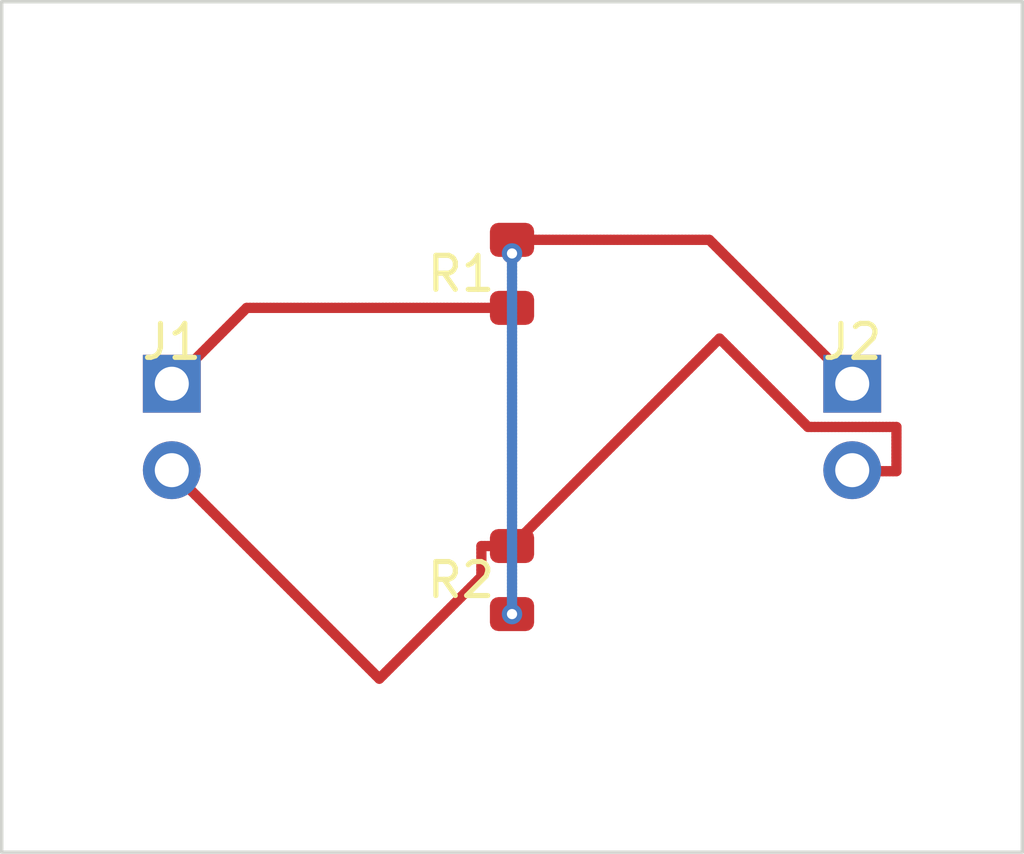
<source format=kicad_pcb>
(kicad_pcb (version 20240108) (generator "kicad-tools-demo") (generator_version "8.0")
  (layers (0 "F.Cu" signal) (31 "B.Cu" signal) (34 "B.Paste" user) (35 "F.Paste" user) (36 "B.SilkS" user "B.Silkscreen") (37 "F.SilkS" user "F.Silkscreen") (38 "B.Mask" user) (39 "F.Mask" user) (44 "Edge.Cuts" user))
  (net 0 "")
  (net 1 "VIN")
  (net 2 "VOUT")
  (net 3 "GND")
  (gr_rect (start 100.0 100.0) (end 130.0 125.0) (stroke (width 0.1)) (fill none) (layer "Edge.Cuts"))
  (footprint "Connector_PinHeader_2.54mm:PinHeader_1x02_P2.54mm_Vertical" (layer "F.Cu") (at 105.0 112.5)
    (fp_text reference "J1" (at 0 -2.5) (layer "F.SilkS"))
    (fp_text value "Conn_01x02")
    (pad "1" thru_hole rect (at 0 -1.270) (size 1.7 1.7) (drill 1.0) (layers "*.Cu" "*.Mask") (net 1 "VIN"))
    (pad "2" thru_hole oval (at 0 1.270) (size 1.7 1.7) (drill 1.0) (layers "*.Cu" "*.Mask") (net 3 "GND"))
  )
  (footprint "Resistor_SMD:R_0805_2012Metric" (layer "F.Cu") (at 115.0 108.0 90)
    (fp_text reference "R1" (at 0 -1.5) (layer "F.SilkS"))
    (fp_text value "10k")
    (pad "1" smd roundrect (at -1.0 0 90) (size 1.0 1.3) (layers "F.Cu" "F.Paste" "F.Mask") (net 1 "VIN"))
    (pad "2" smd roundrect (at 1.0 0 90) (size 1.0 1.3) (layers "F.Cu" "F.Paste" "F.Mask") (net 2 "VOUT"))
  )
  (footprint "Resistor_SMD:R_0805_2012Metric" (layer "F.Cu") (at 115.0 117.0 90)
    (fp_text reference "R2" (at 0 -1.5) (layer "F.SilkS"))
    (fp_text value "10k")
    (pad "1" smd roundrect (at -1.0 0 90) (size 1.0 1.3) (layers "F.Cu" "F.Paste" "F.Mask") (net 2 "VOUT"))
    (pad "2" smd roundrect (at 1.0 0 90) (size 1.0 1.3) (layers "F.Cu" "F.Paste" "F.Mask") (net 3 "GND"))
  )
  (footprint "Connector_PinHeader_2.54mm:PinHeader_1x02_P2.54mm_Vertical" (layer "F.Cu") (at 125.0 112.5)
    (fp_text reference "J2" (at 0 -2.5) (layer "F.SilkS"))
    (fp_text value "Conn_01x02")
    (pad "1" thru_hole rect (at 0 -1.270) (size 1.7 1.7) (drill 1.0) (layers "*.Cu" "*.Mask") (net 2 "VOUT"))
    (pad "2" thru_hole oval (at 0 1.270) (size 1.7 1.7) (drill 1.0) (layers "*.Cu" "*.Mask") (net 3 "GND"))
  )
  (segment (start 105.0000 113.7700) (end 105.0000 113.8000) (width 0.3) (layer "F.Cu") (net 3))
  (segment (start 105.0000 113.8000) (end 105.1000 113.9000) (width 0.3) (layer "F.Cu") (net 3))
  (segment (start 105.1000 113.9000) (end 105.2000 114.0000) (width 0.3) (layer "F.Cu") (net 3))
  (segment (start 105.2000 114.0000) (end 105.3000 114.1000) (width 0.3) (layer "F.Cu") (net 3))
  (segment (start 105.3000 114.1000) (end 105.4000 114.2000) (width 0.3) (layer "F.Cu") (net 3))
  (segment (start 105.4000 114.2000) (end 105.5000 114.3000) (width 0.3) (layer "F.Cu") (net 3))
  (segment (start 105.5000 114.3000) (end 105.6000 114.4000) (width 0.3) (layer "F.Cu") (net 3))
  (segment (start 105.6000 114.4000) (end 105.7000 114.5000) (width 0.3) (layer "F.Cu") (net 3))
  (segment (start 105.7000 114.5000) (end 105.8000 114.6000) (width 0.3) (layer "F.Cu") (net 3))
  (segment (start 105.8000 114.6000) (end 105.9000 114.7000) (width 0.3) (layer "F.Cu") (net 3))
  (segment (start 105.9000 114.7000) (end 106.0000 114.8000) (width 0.3) (layer "F.Cu") (net 3))
  (segment (start 106.0000 114.8000) (end 106.1000 114.9000) (width 0.3) (layer "F.Cu") (net 3))
  (segment (start 106.1000 114.9000) (end 106.2000 115.0000) (width 0.3) (layer "F.Cu") (net 3))
  (segment (start 106.2000 115.0000) (end 106.3000 115.1000) (width 0.3) (layer "F.Cu") (net 3))
  (segment (start 106.3000 115.1000) (end 106.4000 115.2000) (width 0.3) (layer "F.Cu") (net 3))
  (segment (start 106.4000 115.2000) (end 106.5000 115.3000) (width 0.3) (layer "F.Cu") (net 3))
  (segment (start 106.5000 115.3000) (end 106.6000 115.4000) (width 0.3) (layer "F.Cu") (net 3))
  (segment (start 106.6000 115.4000) (end 106.7000 115.5000) (width 0.3) (layer "F.Cu") (net 3))
  (segment (start 106.7000 115.5000) (end 106.8000 115.6000) (width 0.3) (layer "F.Cu") (net 3))
  (segment (start 106.8000 115.6000) (end 106.9000 115.7000) (width 0.3) (layer "F.Cu") (net 3))
  (segment (start 106.9000 115.7000) (end 107.0000 115.8000) (width 0.3) (layer "F.Cu") (net 3))
  (segment (start 107.0000 115.8000) (end 107.1000 115.9000) (width 0.3) (layer "F.Cu") (net 3))
  (segment (start 107.1000 115.9000) (end 107.2000 116.0000) (width 0.3) (layer "F.Cu") (net 3))
  (segment (start 107.2000 116.0000) (end 107.3000 116.1000) (width 0.3) (layer "F.Cu") (net 3))
  (segment (start 107.3000 116.1000) (end 107.4000 116.2000) (width 0.3) (layer "F.Cu") (net 3))
  (segment (start 107.4000 116.2000) (end 107.5000 116.3000) (width 0.3) (layer "F.Cu") (net 3))
  (segment (start 107.5000 116.3000) (end 107.6000 116.4000) (width 0.3) (layer "F.Cu") (net 3))
  (segment (start 107.6000 116.4000) (end 107.7000 116.5000) (width 0.3) (layer "F.Cu") (net 3))
  (segment (start 107.7000 116.5000) (end 107.8000 116.6000) (width 0.3) (layer "F.Cu") (net 3))
  (segment (start 107.8000 116.6000) (end 107.9000 116.7000) (width 0.3) (layer "F.Cu") (net 3))
  (segment (start 107.9000 116.7000) (end 108.0000 116.8000) (width 0.3) (layer "F.Cu") (net 3))
  (segment (start 108.0000 116.8000) (end 108.1000 116.9000) (width 0.3) (layer "F.Cu") (net 3))
  (segment (start 108.1000 116.9000) (end 108.2000 117.0000) (width 0.3) (layer "F.Cu") (net 3))
  (segment (start 108.2000 117.0000) (end 108.3000 117.1000) (width 0.3) (layer "F.Cu") (net 3))
  (segment (start 108.3000 117.1000) (end 108.4000 117.2000) (width 0.3) (layer "F.Cu") (net 3))
  (segment (start 108.4000 117.2000) (end 108.5000 117.3000) (width 0.3) (layer "F.Cu") (net 3))
  (segment (start 108.5000 117.3000) (end 108.6000 117.4000) (width 0.3) (layer "F.Cu") (net 3))
  (segment (start 108.6000 117.4000) (end 108.7000 117.5000) (width 0.3) (layer "F.Cu") (net 3))
  (segment (start 108.7000 117.5000) (end 108.8000 117.6000) (width 0.3) (layer "F.Cu") (net 3))
  (segment (start 108.8000 117.6000) (end 108.9000 117.7000) (width 0.3) (layer "F.Cu") (net 3))
  (segment (start 108.9000 117.7000) (end 109.0000 117.8000) (width 0.3) (layer "F.Cu") (net 3))
  (segment (start 109.0000 117.8000) (end 109.1000 117.9000) (width 0.3) (layer "F.Cu") (net 3))
  (segment (start 109.1000 117.9000) (end 109.2000 118.0000) (width 0.3) (layer "F.Cu") (net 3))
  (segment (start 109.2000 118.0000) (end 109.3000 118.1000) (width 0.3) (layer "F.Cu") (net 3))
  (segment (start 109.3000 118.1000) (end 109.4000 118.2000) (width 0.3) (layer "F.Cu") (net 3))
  (segment (start 109.4000 118.2000) (end 109.5000 118.3000) (width 0.3) (layer "F.Cu") (net 3))
  (segment (start 109.5000 118.3000) (end 109.6000 118.4000) (width 0.3) (layer "F.Cu") (net 3))
  (segment (start 109.6000 118.4000) (end 109.7000 118.5000) (width 0.3) (layer "F.Cu") (net 3))
  (segment (start 109.7000 118.5000) (end 109.8000 118.6000) (width 0.3) (layer "F.Cu") (net 3))
  (segment (start 109.8000 118.6000) (end 109.9000 118.7000) (width 0.3) (layer "F.Cu") (net 3))
  (segment (start 109.9000 118.7000) (end 110.0000 118.8000) (width 0.3) (layer "F.Cu") (net 3))
  (segment (start 110.0000 118.8000) (end 110.1000 118.9000) (width 0.3) (layer "F.Cu") (net 3))
  (segment (start 110.1000 118.9000) (end 110.2000 119.0000) (width 0.3) (layer "F.Cu") (net 3))
  (segment (start 110.2000 119.0000) (end 110.3000 119.1000) (width 0.3) (layer "F.Cu") (net 3))
  (segment (start 110.3000 119.1000) (end 110.4000 119.2000) (width 0.3) (layer "F.Cu") (net 3))
  (segment (start 110.4000 119.2000) (end 110.5000 119.3000) (width 0.3) (layer "F.Cu") (net 3))
  (segment (start 110.5000 119.3000) (end 110.6000 119.4000) (width 0.3) (layer "F.Cu") (net 3))
  (segment (start 110.6000 119.4000) (end 110.7000 119.5000) (width 0.3) (layer "F.Cu") (net 3))
  (segment (start 110.7000 119.5000) (end 110.8000 119.6000) (width 0.3) (layer "F.Cu") (net 3))
  (segment (start 110.8000 119.6000) (end 110.9000 119.7000) (width 0.3) (layer "F.Cu") (net 3))
  (segment (start 110.9000 119.7000) (end 111.0000 119.8000) (width 0.3) (layer "F.Cu") (net 3))
  (segment (start 111.0000 119.8000) (end 111.1000 119.9000) (width 0.3) (layer "F.Cu") (net 3))
  (segment (start 111.1000 119.9000) (end 111.2000 119.8000) (width 0.3) (layer "F.Cu") (net 3))
  (segment (start 111.2000 119.8000) (end 111.3000 119.7000) (width 0.3) (layer "F.Cu") (net 3))
  (segment (start 111.3000 119.7000) (end 111.4000 119.6000) (width 0.3) (layer "F.Cu") (net 3))
  (segment (start 111.4000 119.6000) (end 111.5000 119.5000) (width 0.3) (layer "F.Cu") (net 3))
  (segment (start 111.5000 119.5000) (end 111.6000 119.4000) (width 0.3) (layer "F.Cu") (net 3))
  (segment (start 111.6000 119.4000) (end 111.7000 119.3000) (width 0.3) (layer "F.Cu") (net 3))
  (segment (start 111.7000 119.3000) (end 111.8000 119.2000) (width 0.3) (layer "F.Cu") (net 3))
  (segment (start 111.8000 119.2000) (end 111.9000 119.1000) (width 0.3) (layer "F.Cu") (net 3))
  (segment (start 111.9000 119.1000) (end 112.0000 119.0000) (width 0.3) (layer "F.Cu") (net 3))
  (segment (start 112.0000 119.0000) (end 112.1000 118.9000) (width 0.3) (layer "F.Cu") (net 3))
  (segment (start 112.1000 118.9000) (end 112.2000 118.8000) (width 0.3) (layer "F.Cu") (net 3))
  (segment (start 112.2000 118.8000) (end 112.3000 118.7000) (width 0.3) (layer "F.Cu") (net 3))
  (segment (start 112.3000 118.7000) (end 112.4000 118.6000) (width 0.3) (layer "F.Cu") (net 3))
  (segment (start 112.4000 118.6000) (end 112.5000 118.5000) (width 0.3) (layer "F.Cu") (net 3))
  (segment (start 112.5000 118.5000) (end 112.6000 118.4000) (width 0.3) (layer "F.Cu") (net 3))
  (segment (start 112.6000 118.4000) (end 112.7000 118.3000) (width 0.3) (layer "F.Cu") (net 3))
  (segment (start 112.7000 118.3000) (end 112.8000 118.2000) (width 0.3) (layer "F.Cu") (net 3))
  (segment (start 112.8000 118.2000) (end 112.9000 118.1000) (width 0.3) (layer "F.Cu") (net 3))
  (segment (start 112.9000 118.1000) (end 113.0000 118.0000) (width 0.3) (layer "F.Cu") (net 3))
  (segment (start 113.0000 118.0000) (end 113.1000 117.9000) (width 0.3) (layer "F.Cu") (net 3))
  (segment (start 113.1000 117.9000) (end 113.2000 117.8000) (width 0.3) (layer "F.Cu") (net 3))
  (segment (start 113.2000 117.8000) (end 113.3000 117.7000) (width 0.3) (layer "F.Cu") (net 3))
  (segment (start 113.3000 117.7000) (end 113.4000 117.6000) (width 0.3) (layer "F.Cu") (net 3))
  (segment (start 113.4000 117.6000) (end 113.5000 117.5000) (width 0.3) (layer "F.Cu") (net 3))
  (segment (start 113.5000 117.5000) (end 113.6000 117.4000) (width 0.3) (layer "F.Cu") (net 3))
  (segment (start 113.6000 117.4000) (end 113.7000 117.3000) (width 0.3) (layer "F.Cu") (net 3))
  (segment (start 113.7000 117.3000) (end 113.8000 117.2000) (width 0.3) (layer "F.Cu") (net 3))
  (segment (start 113.8000 117.2000) (end 113.9000 117.1000) (width 0.3) (layer "F.Cu") (net 3))
  (segment (start 113.9000 117.1000) (end 114.0000 117.0000) (width 0.3) (layer "F.Cu") (net 3))
  (segment (start 114.0000 117.0000) (end 114.1000 116.9000) (width 0.3) (layer "F.Cu") (net 3))
  (segment (start 114.1000 116.9000) (end 114.1000 116.8000) (width 0.3) (layer "F.Cu") (net 3))
  (segment (start 114.1000 116.8000) (end 114.1000 116.7000) (width 0.3) (layer "F.Cu") (net 3))
  (segment (start 114.1000 116.7000) (end 114.1000 116.6000) (width 0.3) (layer "F.Cu") (net 3))
  (segment (start 114.1000 116.6000) (end 114.1000 116.5000) (width 0.3) (layer "F.Cu") (net 3))
  (segment (start 114.1000 116.5000) (end 114.1000 116.4000) (width 0.3) (layer "F.Cu") (net 3))
  (segment (start 114.1000 116.4000) (end 114.1000 116.3000) (width 0.3) (layer "F.Cu") (net 3))
  (segment (start 114.1000 116.3000) (end 114.1000 116.2000) (width 0.3) (layer "F.Cu") (net 3))
  (segment (start 114.1000 116.2000) (end 114.1000 116.1000) (width 0.3) (layer "F.Cu") (net 3))
  (segment (start 114.1000 116.1000) (end 114.1000 116.0000) (width 0.3) (layer "F.Cu") (net 3))
  (segment (start 114.1000 116.0000) (end 114.2000 116.0000) (width 0.3) (layer "F.Cu") (net 3))
  (segment (start 114.2000 116.0000) (end 114.3000 116.0000) (width 0.3) (layer "F.Cu") (net 3))
  (segment (start 114.3000 116.0000) (end 114.4000 116.0000) (width 0.3) (layer "F.Cu") (net 3))
  (segment (start 114.4000 116.0000) (end 114.5000 116.0000) (width 0.3) (layer "F.Cu") (net 3))
  (segment (start 114.5000 116.0000) (end 114.6000 116.0000) (width 0.3) (layer "F.Cu") (net 3))
  (segment (start 114.6000 116.0000) (end 114.7000 116.0000) (width 0.3) (layer "F.Cu") (net 3))
  (segment (start 114.7000 116.0000) (end 114.8000 116.0000) (width 0.3) (layer "F.Cu") (net 3))
  (segment (start 114.8000 116.0000) (end 114.9000 116.0000) (width 0.3) (layer "F.Cu") (net 3))
  (segment (start 114.9000 116.0000) (end 115.0000 116.0000) (width 0.3) (layer "F.Cu") (net 3))
  (segment (start 115.0000 116.0000) (end 115.1000 115.9000) (width 0.3) (layer "F.Cu") (net 3))
  (segment (start 115.1000 115.9000) (end 115.2000 115.8000) (width 0.3) (layer "F.Cu") (net 3))
  (segment (start 115.2000 115.8000) (end 115.3000 115.7000) (width 0.3) (layer "F.Cu") (net 3))
  (segment (start 115.3000 115.7000) (end 115.4000 115.6000) (width 0.3) (layer "F.Cu") (net 3))
  (segment (start 115.4000 115.6000) (end 115.5000 115.5000) (width 0.3) (layer "F.Cu") (net 3))
  (segment (start 115.5000 115.5000) (end 115.6000 115.4000) (width 0.3) (layer "F.Cu") (net 3))
  (segment (start 115.6000 115.4000) (end 115.7000 115.3000) (width 0.3) (layer "F.Cu") (net 3))
  (segment (start 115.7000 115.3000) (end 115.8000 115.2000) (width 0.3) (layer "F.Cu") (net 3))
  (segment (start 115.8000 115.2000) (end 115.9000 115.1000) (width 0.3) (layer "F.Cu") (net 3))
  (segment (start 115.9000 115.1000) (end 116.0000 115.0000) (width 0.3) (layer "F.Cu") (net 3))
  (segment (start 116.0000 115.0000) (end 116.1000 114.9000) (width 0.3) (layer "F.Cu") (net 3))
  (segment (start 116.1000 114.9000) (end 116.2000 114.8000) (width 0.3) (layer "F.Cu") (net 3))
  (segment (start 116.2000 114.8000) (end 116.3000 114.7000) (width 0.3) (layer "F.Cu") (net 3))
  (segment (start 116.3000 114.7000) (end 116.4000 114.6000) (width 0.3) (layer "F.Cu") (net 3))
  (segment (start 116.4000 114.6000) (end 116.5000 114.5000) (width 0.3) (layer "F.Cu") (net 3))
  (segment (start 116.5000 114.5000) (end 116.6000 114.4000) (width 0.3) (layer "F.Cu") (net 3))
  (segment (start 116.6000 114.4000) (end 116.7000 114.3000) (width 0.3) (layer "F.Cu") (net 3))
  (segment (start 116.7000 114.3000) (end 116.8000 114.2000) (width 0.3) (layer "F.Cu") (net 3))
  (segment (start 116.8000 114.2000) (end 116.9000 114.1000) (width 0.3) (layer "F.Cu") (net 3))
  (segment (start 116.9000 114.1000) (end 117.0000 114.0000) (width 0.3) (layer "F.Cu") (net 3))
  (segment (start 117.0000 114.0000) (end 117.1000 113.9000) (width 0.3) (layer "F.Cu") (net 3))
  (segment (start 117.1000 113.9000) (end 117.2000 113.8000) (width 0.3) (layer "F.Cu") (net 3))
  (segment (start 117.2000 113.8000) (end 117.3000 113.7000) (width 0.3) (layer "F.Cu") (net 3))
  (segment (start 117.3000 113.7000) (end 117.4000 113.6000) (width 0.3) (layer "F.Cu") (net 3))
  (segment (start 117.4000 113.6000) (end 117.5000 113.5000) (width 0.3) (layer "F.Cu") (net 3))
  (segment (start 117.5000 113.5000) (end 117.6000 113.4000) (width 0.3) (layer "F.Cu") (net 3))
  (segment (start 117.6000 113.4000) (end 117.7000 113.3000) (width 0.3) (layer "F.Cu") (net 3))
  (segment (start 117.7000 113.3000) (end 117.8000 113.2000) (width 0.3) (layer "F.Cu") (net 3))
  (segment (start 117.8000 113.2000) (end 117.9000 113.1000) (width 0.3) (layer "F.Cu") (net 3))
  (segment (start 117.9000 113.1000) (end 118.0000 113.0000) (width 0.3) (layer "F.Cu") (net 3))
  (segment (start 118.0000 113.0000) (end 118.1000 112.9000) (width 0.3) (layer "F.Cu") (net 3))
  (segment (start 118.1000 112.9000) (end 118.2000 112.8000) (width 0.3) (layer "F.Cu") (net 3))
  (segment (start 118.2000 112.8000) (end 118.3000 112.7000) (width 0.3) (layer "F.Cu") (net 3))
  (segment (start 118.3000 112.7000) (end 118.4000 112.6000) (width 0.3) (layer "F.Cu") (net 3))
  (segment (start 118.4000 112.6000) (end 118.5000 112.5000) (width 0.3) (layer "F.Cu") (net 3))
  (segment (start 118.5000 112.5000) (end 118.6000 112.4000) (width 0.3) (layer "F.Cu") (net 3))
  (segment (start 118.6000 112.4000) (end 118.7000 112.3000) (width 0.3) (layer "F.Cu") (net 3))
  (segment (start 118.7000 112.3000) (end 118.8000 112.2000) (width 0.3) (layer "F.Cu") (net 3))
  (segment (start 118.8000 112.2000) (end 118.9000 112.1000) (width 0.3) (layer "F.Cu") (net 3))
  (segment (start 118.9000 112.1000) (end 119.0000 112.0000) (width 0.3) (layer "F.Cu") (net 3))
  (segment (start 119.0000 112.0000) (end 119.1000 111.9000) (width 0.3) (layer "F.Cu") (net 3))
  (segment (start 119.1000 111.9000) (end 119.2000 111.8000) (width 0.3) (layer "F.Cu") (net 3))
  (segment (start 119.2000 111.8000) (end 119.3000 111.7000) (width 0.3) (layer "F.Cu") (net 3))
  (segment (start 119.3000 111.7000) (end 119.4000 111.6000) (width 0.3) (layer "F.Cu") (net 3))
  (segment (start 119.4000 111.6000) (end 119.5000 111.5000) (width 0.3) (layer "F.Cu") (net 3))
  (segment (start 119.5000 111.5000) (end 119.6000 111.4000) (width 0.3) (layer "F.Cu") (net 3))
  (segment (start 119.6000 111.4000) (end 119.7000 111.3000) (width 0.3) (layer "F.Cu") (net 3))
  (segment (start 119.7000 111.3000) (end 119.8000 111.2000) (width 0.3) (layer "F.Cu") (net 3))
  (segment (start 119.8000 111.2000) (end 119.9000 111.1000) (width 0.3) (layer "F.Cu") (net 3))
  (segment (start 119.9000 111.1000) (end 120.0000 111.0000) (width 0.3) (layer "F.Cu") (net 3))
  (segment (start 120.0000 111.0000) (end 120.1000 110.9000) (width 0.3) (layer "F.Cu") (net 3))
  (segment (start 120.1000 110.9000) (end 120.2000 110.8000) (width 0.3) (layer "F.Cu") (net 3))
  (segment (start 120.2000 110.8000) (end 120.3000 110.7000) (width 0.3) (layer "F.Cu") (net 3))
  (segment (start 120.3000 110.7000) (end 120.4000 110.6000) (width 0.3) (layer "F.Cu") (net 3))
  (segment (start 120.4000 110.6000) (end 120.5000 110.5000) (width 0.3) (layer "F.Cu") (net 3))
  (segment (start 120.5000 110.5000) (end 120.6000 110.4000) (width 0.3) (layer "F.Cu") (net 3))
  (segment (start 120.6000 110.4000) (end 120.7000 110.3000) (width 0.3) (layer "F.Cu") (net 3))
  (segment (start 120.7000 110.3000) (end 120.8000 110.2000) (width 0.3) (layer "F.Cu") (net 3))
  (segment (start 120.8000 110.2000) (end 120.9000 110.1000) (width 0.3) (layer "F.Cu") (net 3))
  (segment (start 120.9000 110.1000) (end 121.0000 110.0000) (width 0.3) (layer "F.Cu") (net 3))
  (segment (start 121.0000 110.0000) (end 121.1000 109.9000) (width 0.3) (layer "F.Cu") (net 3))
  (segment (start 121.1000 109.9000) (end 121.2000 110.0000) (width 0.3) (layer "F.Cu") (net 3))
  (segment (start 121.2000 110.0000) (end 121.3000 110.1000) (width 0.3) (layer "F.Cu") (net 3))
  (segment (start 121.3000 110.1000) (end 121.4000 110.2000) (width 0.3) (layer "F.Cu") (net 3))
  (segment (start 121.4000 110.2000) (end 121.5000 110.3000) (width 0.3) (layer "F.Cu") (net 3))
  (segment (start 121.5000 110.3000) (end 121.6000 110.4000) (width 0.3) (layer "F.Cu") (net 3))
  (segment (start 121.6000 110.4000) (end 121.7000 110.5000) (width 0.3) (layer "F.Cu") (net 3))
  (segment (start 121.7000 110.5000) (end 121.8000 110.6000) (width 0.3) (layer "F.Cu") (net 3))
  (segment (start 121.8000 110.6000) (end 121.9000 110.7000) (width 0.3) (layer "F.Cu") (net 3))
  (segment (start 121.9000 110.7000) (end 122.0000 110.8000) (width 0.3) (layer "F.Cu") (net 3))
  (segment (start 122.0000 110.8000) (end 122.1000 110.9000) (width 0.3) (layer "F.Cu") (net 3))
  (segment (start 122.1000 110.9000) (end 122.2000 111.0000) (width 0.3) (layer "F.Cu") (net 3))
  (segment (start 122.2000 111.0000) (end 122.3000 111.1000) (width 0.3) (layer "F.Cu") (net 3))
  (segment (start 122.3000 111.1000) (end 122.4000 111.2000) (width 0.3) (layer "F.Cu") (net 3))
  (segment (start 122.4000 111.2000) (end 122.5000 111.3000) (width 0.3) (layer "F.Cu") (net 3))
  (segment (start 122.5000 111.3000) (end 122.6000 111.4000) (width 0.3) (layer "F.Cu") (net 3))
  (segment (start 122.6000 111.4000) (end 122.7000 111.5000) (width 0.3) (layer "F.Cu") (net 3))
  (segment (start 122.7000 111.5000) (end 122.8000 111.6000) (width 0.3) (layer "F.Cu") (net 3))
  (segment (start 122.8000 111.6000) (end 122.9000 111.7000) (width 0.3) (layer "F.Cu") (net 3))
  (segment (start 122.9000 111.7000) (end 123.0000 111.8000) (width 0.3) (layer "F.Cu") (net 3))
  (segment (start 123.0000 111.8000) (end 123.1000 111.9000) (width 0.3) (layer "F.Cu") (net 3))
  (segment (start 123.1000 111.9000) (end 123.2000 112.0000) (width 0.3) (layer "F.Cu") (net 3))
  (segment (start 123.2000 112.0000) (end 123.3000 112.1000) (width 0.3) (layer "F.Cu") (net 3))
  (segment (start 123.3000 112.1000) (end 123.4000 112.2000) (width 0.3) (layer "F.Cu") (net 3))
  (segment (start 123.4000 112.2000) (end 123.5000 112.3000) (width 0.3) (layer "F.Cu") (net 3))
  (segment (start 123.5000 112.3000) (end 123.6000 112.4000) (width 0.3) (layer "F.Cu") (net 3))
  (segment (start 123.6000 112.4000) (end 123.7000 112.5000) (width 0.3) (layer "F.Cu") (net 3))
  (segment (start 123.7000 112.5000) (end 123.8000 112.5000) (width 0.3) (layer "F.Cu") (net 3))
  (segment (start 123.8000 112.5000) (end 123.9000 112.5000) (width 0.3) (layer "F.Cu") (net 3))
  (segment (start 123.9000 112.5000) (end 124.0000 112.5000) (width 0.3) (layer "F.Cu") (net 3))
  (segment (start 124.0000 112.5000) (end 124.1000 112.5000) (width 0.3) (layer "F.Cu") (net 3))
  (segment (start 124.1000 112.5000) (end 124.2000 112.5000) (width 0.3) (layer "F.Cu") (net 3))
  (segment (start 124.2000 112.5000) (end 124.3000 112.5000) (width 0.3) (layer "F.Cu") (net 3))
  (segment (start 124.3000 112.5000) (end 124.4000 112.5000) (width 0.3) (layer "F.Cu") (net 3))
  (segment (start 124.4000 112.5000) (end 124.5000 112.5000) (width 0.3) (layer "F.Cu") (net 3))
  (segment (start 124.5000 112.5000) (end 124.6000 112.5000) (width 0.3) (layer "F.Cu") (net 3))
  (segment (start 124.6000 112.5000) (end 124.7000 112.5000) (width 0.3) (layer "F.Cu") (net 3))
  (segment (start 124.7000 112.5000) (end 124.8000 112.5000) (width 0.3) (layer "F.Cu") (net 3))
  (segment (start 124.8000 112.5000) (end 124.9000 112.5000) (width 0.3) (layer "F.Cu") (net 3))
  (segment (start 124.9000 112.5000) (end 125.0000 112.5000) (width 0.3) (layer "F.Cu") (net 3))
  (segment (start 125.0000 112.5000) (end 125.1000 112.5000) (width 0.3) (layer "F.Cu") (net 3))
  (segment (start 125.1000 112.5000) (end 125.2000 112.5000) (width 0.3) (layer "F.Cu") (net 3))
  (segment (start 125.2000 112.5000) (end 125.3000 112.5000) (width 0.3) (layer "F.Cu") (net 3))
  (segment (start 125.3000 112.5000) (end 125.4000 112.5000) (width 0.3) (layer "F.Cu") (net 3))
  (segment (start 125.4000 112.5000) (end 125.5000 112.5000) (width 0.3) (layer "F.Cu") (net 3))
  (segment (start 125.5000 112.5000) (end 125.6000 112.5000) (width 0.3) (layer "F.Cu") (net 3))
  (segment (start 125.6000 112.5000) (end 125.7000 112.5000) (width 0.3) (layer "F.Cu") (net 3))
  (segment (start 125.7000 112.5000) (end 125.8000 112.5000) (width 0.3) (layer "F.Cu") (net 3))
  (segment (start 125.8000 112.5000) (end 125.9000 112.5000) (width 0.3) (layer "F.Cu") (net 3))
  (segment (start 125.9000 112.5000) (end 126.0000 112.5000) (width 0.3) (layer "F.Cu") (net 3))
  (segment (start 126.0000 112.5000) (end 126.1000 112.5000) (width 0.3) (layer "F.Cu") (net 3))
  (segment (start 126.1000 112.5000) (end 126.2000 112.5000) (width 0.3) (layer "F.Cu") (net 3))
  (segment (start 126.2000 112.5000) (end 126.3000 112.5000) (width 0.3) (layer "F.Cu") (net 3))
  (segment (start 126.3000 112.5000) (end 126.3000 112.6000) (width 0.3) (layer "F.Cu") (net 3))
  (segment (start 126.3000 112.6000) (end 126.3000 112.7000) (width 0.3) (layer "F.Cu") (net 3))
  (segment (start 126.3000 112.7000) (end 126.3000 112.8000) (width 0.3) (layer "F.Cu") (net 3))
  (segment (start 126.3000 112.8000) (end 126.3000 112.9000) (width 0.3) (layer "F.Cu") (net 3))
  (segment (start 126.3000 112.9000) (end 126.3000 113.0000) (width 0.3) (layer "F.Cu") (net 3))
  (segment (start 126.3000 113.0000) (end 126.3000 113.1000) (width 0.3) (layer "F.Cu") (net 3))
  (segment (start 126.3000 113.1000) (end 126.3000 113.2000) (width 0.3) (layer "F.Cu") (net 3))
  (segment (start 126.3000 113.2000) (end 126.3000 113.3000) (width 0.3) (layer "F.Cu") (net 3))
  (segment (start 126.3000 113.3000) (end 126.3000 113.4000) (width 0.3) (layer "F.Cu") (net 3))
  (segment (start 126.3000 113.4000) (end 126.3000 113.5000) (width 0.3) (layer "F.Cu") (net 3))
  (segment (start 126.3000 113.5000) (end 126.3000 113.6000) (width 0.3) (layer "F.Cu") (net 3))
  (segment (start 126.3000 113.6000) (end 126.3000 113.7000) (width 0.3) (layer "F.Cu") (net 3))
  (segment (start 126.3000 113.7000) (end 126.3000 113.8000) (width 0.3) (layer "F.Cu") (net 3))
  (segment (start 126.3000 113.8000) (end 126.2000 113.8000) (width 0.3) (layer "F.Cu") (net 3))
  (segment (start 126.2000 113.8000) (end 126.1000 113.8000) (width 0.3) (layer "F.Cu") (net 3))
  (segment (start 126.1000 113.8000) (end 126.0000 113.8000) (width 0.3) (layer "F.Cu") (net 3))
  (segment (start 126.0000 113.8000) (end 125.9000 113.8000) (width 0.3) (layer "F.Cu") (net 3))
  (segment (start 125.9000 113.8000) (end 125.8000 113.8000) (width 0.3) (layer "F.Cu") (net 3))
  (segment (start 125.8000 113.8000) (end 125.7000 113.8000) (width 0.3) (layer "F.Cu") (net 3))
  (segment (start 125.7000 113.8000) (end 125.6000 113.8000) (width 0.3) (layer "F.Cu") (net 3))
  (segment (start 125.6000 113.8000) (end 125.5000 113.8000) (width 0.3) (layer "F.Cu") (net 3))
  (segment (start 125.5000 113.8000) (end 125.4000 113.8000) (width 0.3) (layer "F.Cu") (net 3))
  (segment (start 125.4000 113.8000) (end 125.3000 113.8000) (width 0.3) (layer "F.Cu") (net 3))
  (segment (start 125.3000 113.8000) (end 125.2000 113.8000) (width 0.3) (layer "F.Cu") (net 3))
  (segment (start 125.2000 113.8000) (end 125.1000 113.8000) (width 0.3) (layer "F.Cu") (net 3))
  (segment (start 125.1000 113.8000) (end 125.0000 113.8000) (width 0.3) (layer "F.Cu") (net 3))
  (segment (start 125.0000 113.8000) (end 125.0000 113.7700) (width 0.3) (layer "F.Cu") (net 3))
  (segment (start 105.0000 111.2300) (end 105.0000 111.2000) (width 0.3) (layer "F.Cu") (net 1))
  (segment (start 105.0000 111.2000) (end 105.1000 111.1000) (width 0.3) (layer "F.Cu") (net 1))
  (segment (start 105.1000 111.1000) (end 105.2000 111.0000) (width 0.3) (layer "F.Cu") (net 1))
  (segment (start 105.2000 111.0000) (end 105.3000 110.9000) (width 0.3) (layer "F.Cu") (net 1))
  (segment (start 105.3000 110.9000) (end 105.4000 110.8000) (width 0.3) (layer "F.Cu") (net 1))
  (segment (start 105.4000 110.8000) (end 105.5000 110.7000) (width 0.3) (layer "F.Cu") (net 1))
  (segment (start 105.5000 110.7000) (end 105.6000 110.6000) (width 0.3) (layer "F.Cu") (net 1))
  (segment (start 105.6000 110.6000) (end 105.7000 110.5000) (width 0.3) (layer "F.Cu") (net 1))
  (segment (start 105.7000 110.5000) (end 105.8000 110.4000) (width 0.3) (layer "F.Cu") (net 1))
  (segment (start 105.8000 110.4000) (end 105.9000 110.3000) (width 0.3) (layer "F.Cu") (net 1))
  (segment (start 105.9000 110.3000) (end 106.0000 110.2000) (width 0.3) (layer "F.Cu") (net 1))
  (segment (start 106.0000 110.2000) (end 106.1000 110.1000) (width 0.3) (layer "F.Cu") (net 1))
  (segment (start 106.1000 110.1000) (end 106.2000 110.0000) (width 0.3) (layer "F.Cu") (net 1))
  (segment (start 106.2000 110.0000) (end 106.3000 109.9000) (width 0.3) (layer "F.Cu") (net 1))
  (segment (start 106.3000 109.9000) (end 106.4000 109.8000) (width 0.3) (layer "F.Cu") (net 1))
  (segment (start 106.4000 109.8000) (end 106.5000 109.7000) (width 0.3) (layer "F.Cu") (net 1))
  (segment (start 106.5000 109.7000) (end 106.6000 109.6000) (width 0.3) (layer "F.Cu") (net 1))
  (segment (start 106.6000 109.6000) (end 106.7000 109.5000) (width 0.3) (layer "F.Cu") (net 1))
  (segment (start 106.7000 109.5000) (end 106.8000 109.4000) (width 0.3) (layer "F.Cu") (net 1))
  (segment (start 106.8000 109.4000) (end 106.9000 109.3000) (width 0.3) (layer "F.Cu") (net 1))
  (segment (start 106.9000 109.3000) (end 107.0000 109.2000) (width 0.3) (layer "F.Cu") (net 1))
  (segment (start 107.0000 109.2000) (end 107.1000 109.1000) (width 0.3) (layer "F.Cu") (net 1))
  (segment (start 107.1000 109.1000) (end 107.2000 109.0000) (width 0.3) (layer "F.Cu") (net 1))
  (segment (start 107.2000 109.0000) (end 107.3000 109.0000) (width 0.3) (layer "F.Cu") (net 1))
  (segment (start 107.3000 109.0000) (end 107.4000 109.0000) (width 0.3) (layer "F.Cu") (net 1))
  (segment (start 107.4000 109.0000) (end 107.5000 109.0000) (width 0.3) (layer "F.Cu") (net 1))
  (segment (start 107.5000 109.0000) (end 107.6000 109.0000) (width 0.3) (layer "F.Cu") (net 1))
  (segment (start 107.6000 109.0000) (end 107.7000 109.0000) (width 0.3) (layer "F.Cu") (net 1))
  (segment (start 107.7000 109.0000) (end 107.8000 109.0000) (width 0.3) (layer "F.Cu") (net 1))
  (segment (start 107.8000 109.0000) (end 107.9000 109.0000) (width 0.3) (layer "F.Cu") (net 1))
  (segment (start 107.9000 109.0000) (end 108.0000 109.0000) (width 0.3) (layer "F.Cu") (net 1))
  (segment (start 108.0000 109.0000) (end 108.1000 109.0000) (width 0.3) (layer "F.Cu") (net 1))
  (segment (start 108.1000 109.0000) (end 108.2000 109.0000) (width 0.3) (layer "F.Cu") (net 1))
  (segment (start 108.2000 109.0000) (end 108.3000 109.0000) (width 0.3) (layer "F.Cu") (net 1))
  (segment (start 108.3000 109.0000) (end 108.4000 109.0000) (width 0.3) (layer "F.Cu") (net 1))
  (segment (start 108.4000 109.0000) (end 108.5000 109.0000) (width 0.3) (layer "F.Cu") (net 1))
  (segment (start 108.5000 109.0000) (end 108.6000 109.0000) (width 0.3) (layer "F.Cu") (net 1))
  (segment (start 108.6000 109.0000) (end 108.7000 109.0000) (width 0.3) (layer "F.Cu") (net 1))
  (segment (start 108.7000 109.0000) (end 108.8000 109.0000) (width 0.3) (layer "F.Cu") (net 1))
  (segment (start 108.8000 109.0000) (end 108.9000 109.0000) (width 0.3) (layer "F.Cu") (net 1))
  (segment (start 108.9000 109.0000) (end 109.0000 109.0000) (width 0.3) (layer "F.Cu") (net 1))
  (segment (start 109.0000 109.0000) (end 109.1000 109.0000) (width 0.3) (layer "F.Cu") (net 1))
  (segment (start 109.1000 109.0000) (end 109.2000 109.0000) (width 0.3) (layer "F.Cu") (net 1))
  (segment (start 109.2000 109.0000) (end 109.3000 109.0000) (width 0.3) (layer "F.Cu") (net 1))
  (segment (start 109.3000 109.0000) (end 109.4000 109.0000) (width 0.3) (layer "F.Cu") (net 1))
  (segment (start 109.4000 109.0000) (end 109.5000 109.0000) (width 0.3) (layer "F.Cu") (net 1))
  (segment (start 109.5000 109.0000) (end 109.6000 109.0000) (width 0.3) (layer "F.Cu") (net 1))
  (segment (start 109.6000 109.0000) (end 109.7000 109.0000) (width 0.3) (layer "F.Cu") (net 1))
  (segment (start 109.7000 109.0000) (end 109.8000 109.0000) (width 0.3) (layer "F.Cu") (net 1))
  (segment (start 109.8000 109.0000) (end 109.9000 109.0000) (width 0.3) (layer "F.Cu") (net 1))
  (segment (start 109.9000 109.0000) (end 110.0000 109.0000) (width 0.3) (layer "F.Cu") (net 1))
  (segment (start 110.0000 109.0000) (end 110.1000 109.0000) (width 0.3) (layer "F.Cu") (net 1))
  (segment (start 110.1000 109.0000) (end 110.2000 109.0000) (width 0.3) (layer "F.Cu") (net 1))
  (segment (start 110.2000 109.0000) (end 110.3000 109.0000) (width 0.3) (layer "F.Cu") (net 1))
  (segment (start 110.3000 109.0000) (end 110.4000 109.0000) (width 0.3) (layer "F.Cu") (net 1))
  (segment (start 110.4000 109.0000) (end 110.5000 109.0000) (width 0.3) (layer "F.Cu") (net 1))
  (segment (start 110.5000 109.0000) (end 110.6000 109.0000) (width 0.3) (layer "F.Cu") (net 1))
  (segment (start 110.6000 109.0000) (end 110.7000 109.0000) (width 0.3) (layer "F.Cu") (net 1))
  (segment (start 110.7000 109.0000) (end 110.8000 109.0000) (width 0.3) (layer "F.Cu") (net 1))
  (segment (start 110.8000 109.0000) (end 110.9000 109.0000) (width 0.3) (layer "F.Cu") (net 1))
  (segment (start 110.9000 109.0000) (end 111.0000 109.0000) (width 0.3) (layer "F.Cu") (net 1))
  (segment (start 111.0000 109.0000) (end 111.1000 109.0000) (width 0.3) (layer "F.Cu") (net 1))
  (segment (start 111.1000 109.0000) (end 111.2000 109.0000) (width 0.3) (layer "F.Cu") (net 1))
  (segment (start 111.2000 109.0000) (end 111.3000 109.0000) (width 0.3) (layer "F.Cu") (net 1))
  (segment (start 111.3000 109.0000) (end 111.4000 109.0000) (width 0.3) (layer "F.Cu") (net 1))
  (segment (start 111.4000 109.0000) (end 111.5000 109.0000) (width 0.3) (layer "F.Cu") (net 1))
  (segment (start 111.5000 109.0000) (end 111.6000 109.0000) (width 0.3) (layer "F.Cu") (net 1))
  (segment (start 111.6000 109.0000) (end 111.7000 109.0000) (width 0.3) (layer "F.Cu") (net 1))
  (segment (start 111.7000 109.0000) (end 111.8000 109.0000) (width 0.3) (layer "F.Cu") (net 1))
  (segment (start 111.8000 109.0000) (end 111.9000 109.0000) (width 0.3) (layer "F.Cu") (net 1))
  (segment (start 111.9000 109.0000) (end 112.0000 109.0000) (width 0.3) (layer "F.Cu") (net 1))
  (segment (start 112.0000 109.0000) (end 112.1000 109.0000) (width 0.3) (layer "F.Cu") (net 1))
  (segment (start 112.1000 109.0000) (end 112.2000 109.0000) (width 0.3) (layer "F.Cu") (net 1))
  (segment (start 112.2000 109.0000) (end 112.3000 109.0000) (width 0.3) (layer "F.Cu") (net 1))
  (segment (start 112.3000 109.0000) (end 112.4000 109.0000) (width 0.3) (layer "F.Cu") (net 1))
  (segment (start 112.4000 109.0000) (end 112.5000 109.0000) (width 0.3) (layer "F.Cu") (net 1))
  (segment (start 112.5000 109.0000) (end 112.6000 109.0000) (width 0.3) (layer "F.Cu") (net 1))
  (segment (start 112.6000 109.0000) (end 112.7000 109.0000) (width 0.3) (layer "F.Cu") (net 1))
  (segment (start 112.7000 109.0000) (end 112.8000 109.0000) (width 0.3) (layer "F.Cu") (net 1))
  (segment (start 112.8000 109.0000) (end 112.9000 109.0000) (width 0.3) (layer "F.Cu") (net 1))
  (segment (start 112.9000 109.0000) (end 113.0000 109.0000) (width 0.3) (layer "F.Cu") (net 1))
  (segment (start 113.0000 109.0000) (end 113.1000 109.0000) (width 0.3) (layer "F.Cu") (net 1))
  (segment (start 113.1000 109.0000) (end 113.2000 109.0000) (width 0.3) (layer "F.Cu") (net 1))
  (segment (start 113.2000 109.0000) (end 113.3000 109.0000) (width 0.3) (layer "F.Cu") (net 1))
  (segment (start 113.3000 109.0000) (end 113.4000 109.0000) (width 0.3) (layer "F.Cu") (net 1))
  (segment (start 113.4000 109.0000) (end 113.5000 109.0000) (width 0.3) (layer "F.Cu") (net 1))
  (segment (start 113.5000 109.0000) (end 113.6000 109.0000) (width 0.3) (layer "F.Cu") (net 1))
  (segment (start 113.6000 109.0000) (end 113.7000 109.0000) (width 0.3) (layer "F.Cu") (net 1))
  (segment (start 113.7000 109.0000) (end 113.8000 109.0000) (width 0.3) (layer "F.Cu") (net 1))
  (segment (start 113.8000 109.0000) (end 113.9000 109.0000) (width 0.3) (layer "F.Cu") (net 1))
  (segment (start 113.9000 109.0000) (end 114.0000 109.0000) (width 0.3) (layer "F.Cu") (net 1))
  (segment (start 114.0000 109.0000) (end 114.1000 109.0000) (width 0.3) (layer "F.Cu") (net 1))
  (segment (start 114.1000 109.0000) (end 114.2000 109.0000) (width 0.3) (layer "F.Cu") (net 1))
  (segment (start 114.2000 109.0000) (end 114.3000 109.0000) (width 0.3) (layer "F.Cu") (net 1))
  (segment (start 114.3000 109.0000) (end 114.4000 109.0000) (width 0.3) (layer "F.Cu") (net 1))
  (segment (start 114.4000 109.0000) (end 114.5000 109.0000) (width 0.3) (layer "F.Cu") (net 1))
  (segment (start 114.5000 109.0000) (end 114.6000 109.0000) (width 0.3) (layer "F.Cu") (net 1))
  (segment (start 114.6000 109.0000) (end 114.7000 109.0000) (width 0.3) (layer "F.Cu") (net 1))
  (segment (start 114.7000 109.0000) (end 114.8000 109.0000) (width 0.3) (layer "F.Cu") (net 1))
  (segment (start 114.8000 109.0000) (end 114.9000 109.0000) (width 0.3) (layer "F.Cu") (net 1))
  (segment (start 114.9000 109.0000) (end 115.0000 109.0000) (width 0.3) (layer "F.Cu") (net 1))
  (segment (start 115.0000 107.0000) (end 115.0000 107.1000) (width 0.3) (layer "F.Cu") (net 2))
  (segment (start 115.0000 107.1000) (end 115.0000 107.2000) (width 0.3) (layer "F.Cu") (net 2))
  (segment (start 115.0000 107.2000) (end 115.0000 107.3000) (width 0.3) (layer "F.Cu") (net 2))
  (segment (start 115.0000 107.3000) (end 115.0000 107.4000) (width 0.3) (layer "F.Cu") (net 2))
  (segment (start 115.0000 107.4000) (end 115.0000 107.5000) (width 0.3) (layer "B.Cu") (net 2))
  (segment (start 115.0000 107.5000) (end 115.0000 107.6000) (width 0.3) (layer "B.Cu") (net 2))
  (segment (start 115.0000 107.6000) (end 115.0000 107.7000) (width 0.3) (layer "B.Cu") (net 2))
  (segment (start 115.0000 107.7000) (end 115.0000 107.8000) (width 0.3) (layer "B.Cu") (net 2))
  (segment (start 115.0000 107.8000) (end 115.0000 107.9000) (width 0.3) (layer "B.Cu") (net 2))
  (segment (start 115.0000 107.9000) (end 115.0000 108.0000) (width 0.3) (layer "B.Cu") (net 2))
  (segment (start 115.0000 108.0000) (end 115.0000 108.1000) (width 0.3) (layer "B.Cu") (net 2))
  (segment (start 115.0000 108.1000) (end 115.0000 108.2000) (width 0.3) (layer "B.Cu") (net 2))
  (segment (start 115.0000 108.2000) (end 115.0000 108.3000) (width 0.3) (layer "B.Cu") (net 2))
  (segment (start 115.0000 108.3000) (end 115.0000 108.4000) (width 0.3) (layer "B.Cu") (net 2))
  (segment (start 115.0000 108.4000) (end 115.0000 108.5000) (width 0.3) (layer "B.Cu") (net 2))
  (segment (start 115.0000 108.5000) (end 115.0000 108.6000) (width 0.3) (layer "B.Cu") (net 2))
  (segment (start 115.0000 108.6000) (end 115.0000 108.7000) (width 0.3) (layer "B.Cu") (net 2))
  (segment (start 115.0000 108.7000) (end 115.0000 108.8000) (width 0.3) (layer "B.Cu") (net 2))
  (segment (start 115.0000 108.8000) (end 115.0000 108.9000) (width 0.3) (layer "B.Cu") (net 2))
  (segment (start 115.0000 108.9000) (end 115.0000 109.0000) (width 0.3) (layer "B.Cu") (net 2))
  (segment (start 115.0000 109.0000) (end 115.0000 109.1000) (width 0.3) (layer "B.Cu") (net 2))
  (segment (start 115.0000 109.1000) (end 115.0000 109.2000) (width 0.3) (layer "B.Cu") (net 2))
  (segment (start 115.0000 109.2000) (end 115.0000 109.3000) (width 0.3) (layer "B.Cu") (net 2))
  (segment (start 115.0000 109.3000) (end 115.0000 109.4000) (width 0.3) (layer "B.Cu") (net 2))
  (segment (start 115.0000 109.4000) (end 115.0000 109.5000) (width 0.3) (layer "B.Cu") (net 2))
  (segment (start 115.0000 109.5000) (end 115.0000 109.6000) (width 0.3) (layer "B.Cu") (net 2))
  (segment (start 115.0000 109.6000) (end 115.0000 109.7000) (width 0.3) (layer "B.Cu") (net 2))
  (segment (start 115.0000 109.7000) (end 115.0000 109.8000) (width 0.3) (layer "B.Cu") (net 2))
  (segment (start 115.0000 109.8000) (end 115.0000 109.9000) (width 0.3) (layer "B.Cu") (net 2))
  (segment (start 115.0000 109.9000) (end 115.0000 110.0000) (width 0.3) (layer "B.Cu") (net 2))
  (segment (start 115.0000 110.0000) (end 115.0000 110.1000) (width 0.3) (layer "B.Cu") (net 2))
  (segment (start 115.0000 110.1000) (end 115.0000 110.2000) (width 0.3) (layer "B.Cu") (net 2))
  (segment (start 115.0000 110.2000) (end 115.0000 110.3000) (width 0.3) (layer "B.Cu") (net 2))
  (segment (start 115.0000 110.3000) (end 115.0000 110.4000) (width 0.3) (layer "B.Cu") (net 2))
  (segment (start 115.0000 110.4000) (end 115.0000 110.5000) (width 0.3) (layer "B.Cu") (net 2))
  (segment (start 115.0000 110.5000) (end 115.0000 110.6000) (width 0.3) (layer "B.Cu") (net 2))
  (segment (start 115.0000 110.6000) (end 115.0000 110.7000) (width 0.3) (layer "B.Cu") (net 2))
  (segment (start 115.0000 110.7000) (end 115.0000 110.8000) (width 0.3) (layer "B.Cu") (net 2))
  (segment (start 115.0000 110.8000) (end 115.0000 110.9000) (width 0.3) (layer "B.Cu") (net 2))
  (segment (start 115.0000 110.9000) (end 115.0000 111.0000) (width 0.3) (layer "B.Cu") (net 2))
  (segment (start 115.0000 111.0000) (end 115.0000 111.1000) (width 0.3) (layer "B.Cu") (net 2))
  (segment (start 115.0000 111.1000) (end 115.0000 111.2000) (width 0.3) (layer "B.Cu") (net 2))
  (segment (start 115.0000 111.2000) (end 115.0000 111.3000) (width 0.3) (layer "B.Cu") (net 2))
  (segment (start 115.0000 111.3000) (end 115.0000 111.4000) (width 0.3) (layer "B.Cu") (net 2))
  (segment (start 115.0000 111.4000) (end 115.0000 111.5000) (width 0.3) (layer "B.Cu") (net 2))
  (segment (start 115.0000 111.5000) (end 115.0000 111.6000) (width 0.3) (layer "B.Cu") (net 2))
  (segment (start 115.0000 111.6000) (end 115.0000 111.7000) (width 0.3) (layer "B.Cu") (net 2))
  (segment (start 115.0000 111.7000) (end 115.0000 111.8000) (width 0.3) (layer "B.Cu") (net 2))
  (segment (start 115.0000 111.8000) (end 115.0000 111.9000) (width 0.3) (layer "B.Cu") (net 2))
  (segment (start 115.0000 111.9000) (end 115.0000 112.0000) (width 0.3) (layer "B.Cu") (net 2))
  (segment (start 115.0000 112.0000) (end 115.0000 112.1000) (width 0.3) (layer "B.Cu") (net 2))
  (segment (start 115.0000 112.1000) (end 115.0000 112.2000) (width 0.3) (layer "B.Cu") (net 2))
  (segment (start 115.0000 112.2000) (end 115.0000 112.3000) (width 0.3) (layer "B.Cu") (net 2))
  (segment (start 115.0000 112.3000) (end 115.0000 112.4000) (width 0.3) (layer "B.Cu") (net 2))
  (segment (start 115.0000 112.4000) (end 115.0000 112.5000) (width 0.3) (layer "B.Cu") (net 2))
  (segment (start 115.0000 112.5000) (end 115.0000 112.6000) (width 0.3) (layer "B.Cu") (net 2))
  (segment (start 115.0000 112.6000) (end 115.0000 112.7000) (width 0.3) (layer "B.Cu") (net 2))
  (segment (start 115.0000 112.7000) (end 115.0000 112.8000) (width 0.3) (layer "B.Cu") (net 2))
  (segment (start 115.0000 112.8000) (end 115.0000 112.9000) (width 0.3) (layer "B.Cu") (net 2))
  (segment (start 115.0000 112.9000) (end 115.0000 113.0000) (width 0.3) (layer "B.Cu") (net 2))
  (segment (start 115.0000 113.0000) (end 115.0000 113.1000) (width 0.3) (layer "B.Cu") (net 2))
  (segment (start 115.0000 113.1000) (end 115.0000 113.2000) (width 0.3) (layer "B.Cu") (net 2))
  (segment (start 115.0000 113.2000) (end 115.0000 113.3000) (width 0.3) (layer "B.Cu") (net 2))
  (segment (start 115.0000 113.3000) (end 115.0000 113.4000) (width 0.3) (layer "B.Cu") (net 2))
  (segment (start 115.0000 113.4000) (end 115.0000 113.5000) (width 0.3) (layer "B.Cu") (net 2))
  (segment (start 115.0000 113.5000) (end 115.0000 113.6000) (width 0.3) (layer "B.Cu") (net 2))
  (segment (start 115.0000 113.6000) (end 115.0000 113.7000) (width 0.3) (layer "B.Cu") (net 2))
  (segment (start 115.0000 113.7000) (end 115.0000 113.8000) (width 0.3) (layer "B.Cu") (net 2))
  (segment (start 115.0000 113.8000) (end 115.0000 113.9000) (width 0.3) (layer "B.Cu") (net 2))
  (segment (start 115.0000 113.9000) (end 115.0000 114.0000) (width 0.3) (layer "B.Cu") (net 2))
  (segment (start 115.0000 114.0000) (end 115.0000 114.1000) (width 0.3) (layer "B.Cu") (net 2))
  (segment (start 115.0000 114.1000) (end 115.0000 114.2000) (width 0.3) (layer "B.Cu") (net 2))
  (segment (start 115.0000 114.2000) (end 115.0000 114.3000) (width 0.3) (layer "B.Cu") (net 2))
  (segment (start 115.0000 114.3000) (end 115.0000 114.4000) (width 0.3) (layer "B.Cu") (net 2))
  (segment (start 115.0000 114.4000) (end 115.0000 114.5000) (width 0.3) (layer "B.Cu") (net 2))
  (segment (start 115.0000 114.5000) (end 115.0000 114.6000) (width 0.3) (layer "B.Cu") (net 2))
  (segment (start 115.0000 114.6000) (end 115.0000 114.7000) (width 0.3) (layer "B.Cu") (net 2))
  (segment (start 115.0000 114.7000) (end 115.0000 114.8000) (width 0.3) (layer "B.Cu") (net 2))
  (segment (start 115.0000 114.8000) (end 115.0000 114.9000) (width 0.3) (layer "B.Cu") (net 2))
  (segment (start 115.0000 114.9000) (end 115.0000 115.0000) (width 0.3) (layer "B.Cu") (net 2))
  (segment (start 115.0000 115.0000) (end 115.0000 115.1000) (width 0.3) (layer "B.Cu") (net 2))
  (segment (start 115.0000 115.1000) (end 115.0000 115.2000) (width 0.3) (layer "B.Cu") (net 2))
  (segment (start 115.0000 115.2000) (end 115.0000 115.3000) (width 0.3) (layer "B.Cu") (net 2))
  (segment (start 115.0000 115.3000) (end 115.0000 115.4000) (width 0.3) (layer "B.Cu") (net 2))
  (segment (start 115.0000 115.4000) (end 115.0000 115.5000) (width 0.3) (layer "B.Cu") (net 2))
  (segment (start 115.0000 115.5000) (end 115.0000 115.6000) (width 0.3) (layer "B.Cu") (net 2))
  (segment (start 115.0000 115.6000) (end 115.0000 115.7000) (width 0.3) (layer "B.Cu") (net 2))
  (segment (start 115.0000 115.7000) (end 115.0000 115.8000) (width 0.3) (layer "B.Cu") (net 2))
  (segment (start 115.0000 115.8000) (end 115.0000 115.9000) (width 0.3) (layer "B.Cu") (net 2))
  (segment (start 115.0000 115.9000) (end 115.0000 116.0000) (width 0.3) (layer "B.Cu") (net 2))
  (segment (start 115.0000 116.0000) (end 115.0000 116.1000) (width 0.3) (layer "B.Cu") (net 2))
  (segment (start 115.0000 116.1000) (end 115.0000 116.2000) (width 0.3) (layer "B.Cu") (net 2))
  (segment (start 115.0000 116.2000) (end 115.0000 116.3000) (width 0.3) (layer "B.Cu") (net 2))
  (segment (start 115.0000 116.3000) (end 115.0000 116.4000) (width 0.3) (layer "B.Cu") (net 2))
  (segment (start 115.0000 116.4000) (end 115.0000 116.5000) (width 0.3) (layer "B.Cu") (net 2))
  (segment (start 115.0000 116.5000) (end 115.0000 116.6000) (width 0.3) (layer "B.Cu") (net 2))
  (segment (start 115.0000 116.6000) (end 115.0000 116.7000) (width 0.3) (layer "B.Cu") (net 2))
  (segment (start 115.0000 116.7000) (end 115.0000 116.8000) (width 0.3) (layer "B.Cu") (net 2))
  (segment (start 115.0000 116.8000) (end 115.0000 116.9000) (width 0.3) (layer "B.Cu") (net 2))
  (segment (start 115.0000 116.9000) (end 115.0000 117.0000) (width 0.3) (layer "B.Cu") (net 2))
  (segment (start 115.0000 117.0000) (end 115.0000 117.1000) (width 0.3) (layer "B.Cu") (net 2))
  (segment (start 115.0000 117.1000) (end 115.0000 117.2000) (width 0.3) (layer "B.Cu") (net 2))
  (segment (start 115.0000 117.2000) (end 115.0000 117.3000) (width 0.3) (layer "B.Cu") (net 2))
  (segment (start 115.0000 117.3000) (end 115.0000 117.4000) (width 0.3) (layer "B.Cu") (net 2))
  (segment (start 115.0000 117.4000) (end 115.0000 117.5000) (width 0.3) (layer "B.Cu") (net 2))
  (segment (start 115.0000 117.5000) (end 115.0000 117.6000) (width 0.3) (layer "B.Cu") (net 2))
  (segment (start 115.0000 117.6000) (end 115.0000 117.7000) (width 0.3) (layer "B.Cu") (net 2))
  (segment (start 115.0000 117.7000) (end 115.0000 117.8000) (width 0.3) (layer "B.Cu") (net 2))
  (segment (start 115.0000 117.8000) (end 115.0000 117.9000) (width 0.3) (layer "B.Cu") (net 2))
  (segment (start 115.0000 117.9000) (end 115.0000 118.0000) (width 0.3) (layer "B.Cu") (net 2))
  (via (at 115.0000 107.4000) (size 0.6) (drill 0.3) (layers "F.Cu" "B.Cu") (net 2))
  (via (at 115.0000 118.0000) (size 0.6) (drill 0.3) (layers "B.Cu" "F.Cu") (net 2))
  (segment (start 115.0000 107.0000) (end 115.1000 107.0000) (width 0.3) (layer "F.Cu") (net 2))
  (segment (start 115.1000 107.0000) (end 115.2000 107.0000) (width 0.3) (layer "F.Cu") (net 2))
  (segment (start 115.2000 107.0000) (end 115.3000 107.0000) (width 0.3) (layer "F.Cu") (net 2))
  (segment (start 115.3000 107.0000) (end 115.4000 107.0000) (width 0.3) (layer "F.Cu") (net 2))
  (segment (start 115.4000 107.0000) (end 115.5000 107.0000) (width 0.3) (layer "F.Cu") (net 2))
  (segment (start 115.5000 107.0000) (end 115.6000 107.0000) (width 0.3) (layer "F.Cu") (net 2))
  (segment (start 115.6000 107.0000) (end 115.7000 107.0000) (width 0.3) (layer "F.Cu") (net 2))
  (segment (start 115.7000 107.0000) (end 115.8000 107.0000) (width 0.3) (layer "F.Cu") (net 2))
  (segment (start 115.8000 107.0000) (end 115.9000 107.0000) (width 0.3) (layer "F.Cu") (net 2))
  (segment (start 115.9000 107.0000) (end 116.0000 107.0000) (width 0.3) (layer "F.Cu") (net 2))
  (segment (start 116.0000 107.0000) (end 116.1000 107.0000) (width 0.3) (layer "F.Cu") (net 2))
  (segment (start 116.1000 107.0000) (end 116.2000 107.0000) (width 0.3) (layer "F.Cu") (net 2))
  (segment (start 116.2000 107.0000) (end 116.3000 107.0000) (width 0.3) (layer "F.Cu") (net 2))
  (segment (start 116.3000 107.0000) (end 116.4000 107.0000) (width 0.3) (layer "F.Cu") (net 2))
  (segment (start 116.4000 107.0000) (end 116.5000 107.0000) (width 0.3) (layer "F.Cu") (net 2))
  (segment (start 116.5000 107.0000) (end 116.6000 107.0000) (width 0.3) (layer "F.Cu") (net 2))
  (segment (start 116.6000 107.0000) (end 116.7000 107.0000) (width 0.3) (layer "F.Cu") (net 2))
  (segment (start 116.7000 107.0000) (end 116.8000 107.0000) (width 0.3) (layer "F.Cu") (net 2))
  (segment (start 116.8000 107.0000) (end 116.9000 107.0000) (width 0.3) (layer "F.Cu") (net 2))
  (segment (start 116.9000 107.0000) (end 117.0000 107.0000) (width 0.3) (layer "F.Cu") (net 2))
  (segment (start 117.0000 107.0000) (end 117.1000 107.0000) (width 0.3) (layer "F.Cu") (net 2))
  (segment (start 117.1000 107.0000) (end 117.2000 107.0000) (width 0.3) (layer "F.Cu") (net 2))
  (segment (start 117.2000 107.0000) (end 117.3000 107.0000) (width 0.3) (layer "F.Cu") (net 2))
  (segment (start 117.3000 107.0000) (end 117.4000 107.0000) (width 0.3) (layer "F.Cu") (net 2))
  (segment (start 117.4000 107.0000) (end 117.5000 107.0000) (width 0.3) (layer "F.Cu") (net 2))
  (segment (start 117.5000 107.0000) (end 117.6000 107.0000) (width 0.3) (layer "F.Cu") (net 2))
  (segment (start 117.6000 107.0000) (end 117.7000 107.0000) (width 0.3) (layer "F.Cu") (net 2))
  (segment (start 117.7000 107.0000) (end 117.8000 107.0000) (width 0.3) (layer "F.Cu") (net 2))
  (segment (start 117.8000 107.0000) (end 117.9000 107.0000) (width 0.3) (layer "F.Cu") (net 2))
  (segment (start 117.9000 107.0000) (end 118.0000 107.0000) (width 0.3) (layer "F.Cu") (net 2))
  (segment (start 118.0000 107.0000) (end 118.1000 107.0000) (width 0.3) (layer "F.Cu") (net 2))
  (segment (start 118.1000 107.0000) (end 118.2000 107.0000) (width 0.3) (layer "F.Cu") (net 2))
  (segment (start 118.2000 107.0000) (end 118.3000 107.0000) (width 0.3) (layer "F.Cu") (net 2))
  (segment (start 118.3000 107.0000) (end 118.4000 107.0000) (width 0.3) (layer "F.Cu") (net 2))
  (segment (start 118.4000 107.0000) (end 118.5000 107.0000) (width 0.3) (layer "F.Cu") (net 2))
  (segment (start 118.5000 107.0000) (end 118.6000 107.0000) (width 0.3) (layer "F.Cu") (net 2))
  (segment (start 118.6000 107.0000) (end 118.7000 107.0000) (width 0.3) (layer "F.Cu") (net 2))
  (segment (start 118.7000 107.0000) (end 118.8000 107.0000) (width 0.3) (layer "F.Cu") (net 2))
  (segment (start 118.8000 107.0000) (end 118.9000 107.0000) (width 0.3) (layer "F.Cu") (net 2))
  (segment (start 118.9000 107.0000) (end 119.0000 107.0000) (width 0.3) (layer "F.Cu") (net 2))
  (segment (start 119.0000 107.0000) (end 119.1000 107.0000) (width 0.3) (layer "F.Cu") (net 2))
  (segment (start 119.1000 107.0000) (end 119.2000 107.0000) (width 0.3) (layer "F.Cu") (net 2))
  (segment (start 119.2000 107.0000) (end 119.3000 107.0000) (width 0.3) (layer "F.Cu") (net 2))
  (segment (start 119.3000 107.0000) (end 119.4000 107.0000) (width 0.3) (layer "F.Cu") (net 2))
  (segment (start 119.4000 107.0000) (end 119.5000 107.0000) (width 0.3) (layer "F.Cu") (net 2))
  (segment (start 119.5000 107.0000) (end 119.6000 107.0000) (width 0.3) (layer "F.Cu") (net 2))
  (segment (start 119.6000 107.0000) (end 119.7000 107.0000) (width 0.3) (layer "F.Cu") (net 2))
  (segment (start 119.7000 107.0000) (end 119.8000 107.0000) (width 0.3) (layer "F.Cu") (net 2))
  (segment (start 119.8000 107.0000) (end 119.9000 107.0000) (width 0.3) (layer "F.Cu") (net 2))
  (segment (start 119.9000 107.0000) (end 120.0000 107.0000) (width 0.3) (layer "F.Cu") (net 2))
  (segment (start 120.0000 107.0000) (end 120.1000 107.0000) (width 0.3) (layer "F.Cu") (net 2))
  (segment (start 120.1000 107.0000) (end 120.2000 107.0000) (width 0.3) (layer "F.Cu") (net 2))
  (segment (start 120.2000 107.0000) (end 120.3000 107.0000) (width 0.3) (layer "F.Cu") (net 2))
  (segment (start 120.3000 107.0000) (end 120.4000 107.0000) (width 0.3) (layer "F.Cu") (net 2))
  (segment (start 120.4000 107.0000) (end 120.5000 107.0000) (width 0.3) (layer "F.Cu") (net 2))
  (segment (start 120.5000 107.0000) (end 120.6000 107.0000) (width 0.3) (layer "F.Cu") (net 2))
  (segment (start 120.6000 107.0000) (end 120.7000 107.0000) (width 0.3) (layer "F.Cu") (net 2))
  (segment (start 120.7000 107.0000) (end 120.8000 107.0000) (width 0.3) (layer "F.Cu") (net 2))
  (segment (start 120.8000 107.0000) (end 120.9000 107.1000) (width 0.3) (layer "F.Cu") (net 2))
  (segment (start 120.9000 107.1000) (end 121.0000 107.2000) (width 0.3) (layer "F.Cu") (net 2))
  (segment (start 121.0000 107.2000) (end 121.1000 107.3000) (width 0.3) (layer "F.Cu") (net 2))
  (segment (start 121.1000 107.3000) (end 121.2000 107.4000) (width 0.3) (layer "F.Cu") (net 2))
  (segment (start 121.2000 107.4000) (end 121.3000 107.5000) (width 0.3) (layer "F.Cu") (net 2))
  (segment (start 121.3000 107.5000) (end 121.4000 107.6000) (width 0.3) (layer "F.Cu") (net 2))
  (segment (start 121.4000 107.6000) (end 121.5000 107.7000) (width 0.3) (layer "F.Cu") (net 2))
  (segment (start 121.5000 107.7000) (end 121.6000 107.8000) (width 0.3) (layer "F.Cu") (net 2))
  (segment (start 121.6000 107.8000) (end 121.7000 107.9000) (width 0.3) (layer "F.Cu") (net 2))
  (segment (start 121.7000 107.9000) (end 121.8000 108.0000) (width 0.3) (layer "F.Cu") (net 2))
  (segment (start 121.8000 108.0000) (end 121.9000 108.1000) (width 0.3) (layer "F.Cu") (net 2))
  (segment (start 121.9000 108.1000) (end 122.0000 108.2000) (width 0.3) (layer "F.Cu") (net 2))
  (segment (start 122.0000 108.2000) (end 122.1000 108.3000) (width 0.3) (layer "F.Cu") (net 2))
  (segment (start 122.1000 108.3000) (end 122.2000 108.4000) (width 0.3) (layer "F.Cu") (net 2))
  (segment (start 122.2000 108.4000) (end 122.3000 108.5000) (width 0.3) (layer "F.Cu") (net 2))
  (segment (start 122.3000 108.5000) (end 122.4000 108.6000) (width 0.3) (layer "F.Cu") (net 2))
  (segment (start 122.4000 108.6000) (end 122.5000 108.7000) (width 0.3) (layer "F.Cu") (net 2))
  (segment (start 122.5000 108.7000) (end 122.6000 108.8000) (width 0.3) (layer "F.Cu") (net 2))
  (segment (start 122.6000 108.8000) (end 122.7000 108.9000) (width 0.3) (layer "F.Cu") (net 2))
  (segment (start 122.7000 108.9000) (end 122.8000 109.0000) (width 0.3) (layer "F.Cu") (net 2))
  (segment (start 122.8000 109.0000) (end 122.9000 109.1000) (width 0.3) (layer "F.Cu") (net 2))
  (segment (start 122.9000 109.1000) (end 123.0000 109.2000) (width 0.3) (layer "F.Cu") (net 2))
  (segment (start 123.0000 109.2000) (end 123.1000 109.3000) (width 0.3) (layer "F.Cu") (net 2))
  (segment (start 123.1000 109.3000) (end 123.2000 109.4000) (width 0.3) (layer "F.Cu") (net 2))
  (segment (start 123.2000 109.4000) (end 123.3000 109.5000) (width 0.3) (layer "F.Cu") (net 2))
  (segment (start 123.3000 109.5000) (end 123.4000 109.6000) (width 0.3) (layer "F.Cu") (net 2))
  (segment (start 123.4000 109.6000) (end 123.5000 109.7000) (width 0.3) (layer "F.Cu") (net 2))
  (segment (start 123.5000 109.7000) (end 123.6000 109.8000) (width 0.3) (layer "F.Cu") (net 2))
  (segment (start 123.6000 109.8000) (end 123.7000 109.9000) (width 0.3) (layer "F.Cu") (net 2))
  (segment (start 123.7000 109.9000) (end 123.8000 110.0000) (width 0.3) (layer "F.Cu") (net 2))
  (segment (start 123.8000 110.0000) (end 123.9000 110.1000) (width 0.3) (layer "F.Cu") (net 2))
  (segment (start 123.9000 110.1000) (end 124.0000 110.2000) (width 0.3) (layer "F.Cu") (net 2))
  (segment (start 124.0000 110.2000) (end 124.1000 110.3000) (width 0.3) (layer "F.Cu") (net 2))
  (segment (start 124.1000 110.3000) (end 124.2000 110.4000) (width 0.3) (layer "F.Cu") (net 2))
  (segment (start 124.2000 110.4000) (end 124.3000 110.5000) (width 0.3) (layer "F.Cu") (net 2))
  (segment (start 124.3000 110.5000) (end 124.4000 110.6000) (width 0.3) (layer "F.Cu") (net 2))
  (segment (start 124.4000 110.6000) (end 124.5000 110.7000) (width 0.3) (layer "F.Cu") (net 2))
  (segment (start 124.5000 110.7000) (end 124.6000 110.8000) (width 0.3) (layer "F.Cu") (net 2))
  (segment (start 124.6000 110.8000) (end 124.7000 110.9000) (width 0.3) (layer "F.Cu") (net 2))
  (segment (start 124.7000 110.9000) (end 124.8000 111.0000) (width 0.3) (layer "F.Cu") (net 2))
  (segment (start 124.8000 111.0000) (end 124.9000 111.1000) (width 0.3) (layer "F.Cu") (net 2))
  (segment (start 124.9000 111.1000) (end 125.0000 111.2000) (width 0.3) (layer "F.Cu") (net 2))
  (segment (start 125.0000 111.2000) (end 125.0000 111.2300) (width 0.3) (layer "F.Cu") (net 2))
)
</source>
